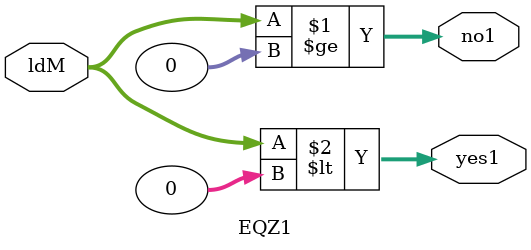
<source format=v>
`timescale 1ns / 1ps
module EQZ1(yes1,no1,ldM);
input [31:0] ldM;
output reg [31:0] yes1,no1;
assign no1= ldM >= 0;
assign yes1= ldM < 0;



endmodule

</source>
